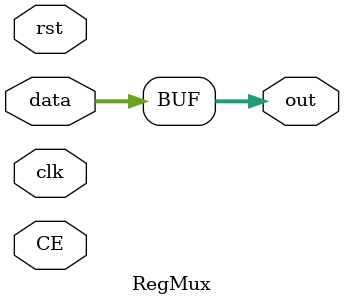
<source format=v>
module RegMux (clk, CE, rst, data, out);
    parameter N = 18;
    parameter RSTTYPE = "SYNC";
    parameter DATAREG = 0;
    
    input clk, CE, rst;
    input [N - 1 : 0] data;

    output [N - 1 : 0] out;

    reg [N - 1 : 0] data_reg;

    generate
        if (DATAREG) begin
            if (RSTTYPE == "SYNC") begin
                always @(posedge clk) begin
                    if (rst) begin
                        data_reg <= 0;
                    end else if (CE) begin
                        data_reg <= data;
                    end
                end
            end else begin
                always @(posedge clk or posedge rst) begin
                    if (rst) begin
                        data_reg <= 0;
                    end else if (CE) begin
                        data_reg <= data;
                    end
                end
            end
        end
    endgenerate

    generate
        if (DATAREG) begin
            assign out = data_reg;
        end else begin
            assign out = data;
        end
    endgenerate
endmodule
</source>
